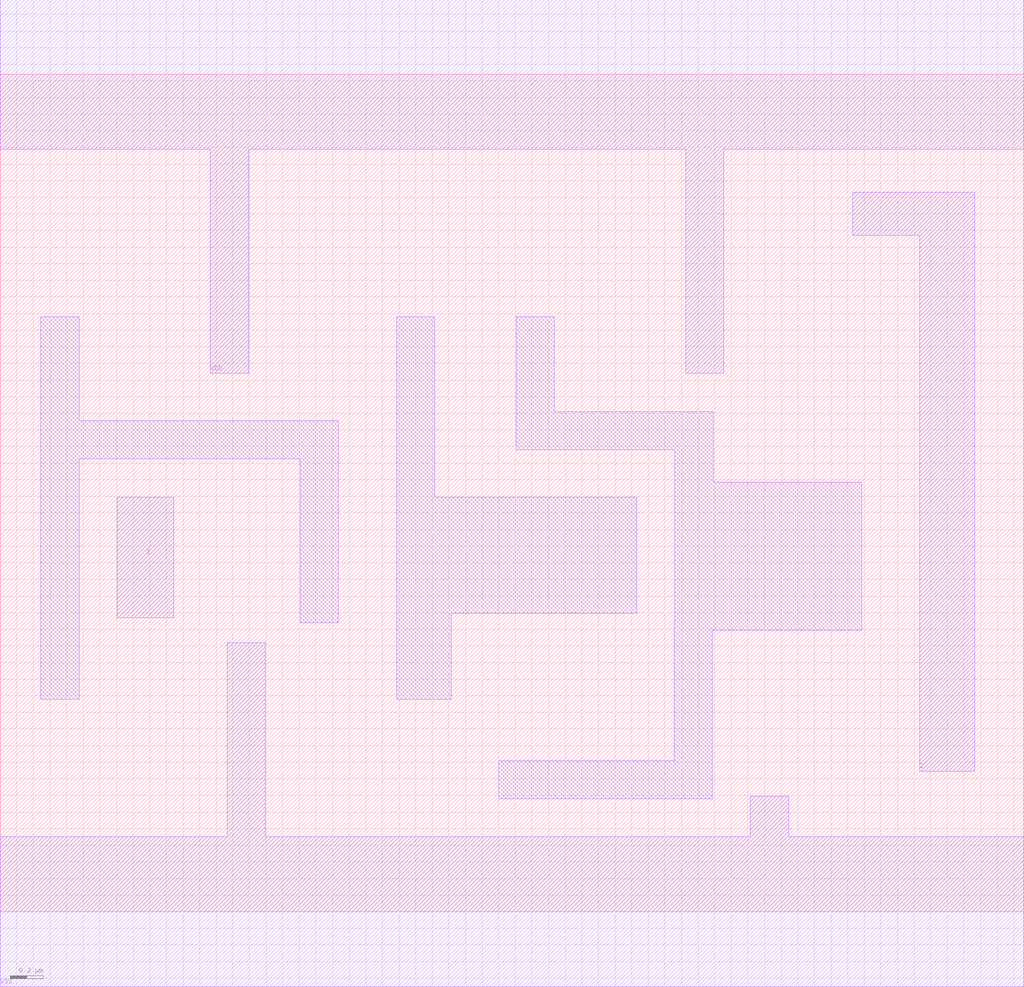
<source format=lef>
# Copyright 2022 GlobalFoundries PDK Authors
#
# Licensed under the Apache License, Version 2.0 (the "License");
# you may not use this file except in compliance with the License.
# You may obtain a copy of the License at
#
#      http://www.apache.org/licenses/LICENSE-2.0
#
# Unless required by applicable law or agreed to in writing, software
# distributed under the License is distributed on an "AS IS" BASIS,
# WITHOUT WARRANTIES OR CONDITIONS OF ANY KIND, either express or implied.
# See the License for the specific language governing permissions and
# limitations under the License.

MACRO gf180mcu_fd_sc_mcu9t5v0__dlya_1
  CLASS core ;
  FOREIGN gf180mcu_fd_sc_mcu9t5v0__dlya_1 0.0 0.0 ;
  ORIGIN 0 0 ;
  SYMMETRY X Y ;
  SITE GF018hv5v_green_sc9 ;
  SIZE 6.16 BY 5.04 ;
  PIN I
    DIRECTION INPUT ;
    ANTENNAGATEAREA 0.396 ;
    PORT
      LAYER Metal1 ;
        POLYGON 0.705 1.77 1.045 1.77 1.045 2.495 0.705 2.495  ;
    END
  END I
  PIN Z
    DIRECTION OUTPUT ;
    ANTENNADIFFAREA 1.386 ;
    PORT
      LAYER Metal1 ;
        POLYGON 5.13 4.07 5.185 4.07 5.535 4.07 5.535 0.845 5.865 0.845 5.865 4.33 5.185 4.33 5.13 4.33  ;
    END
  END Z
  PIN VDD
    DIRECTION INOUT ;
    USE power ;
    SHAPE ABUTMENT ;
    PORT
      LAYER Metal1 ;
        POLYGON 0 4.59 1.265 4.59 1.265 3.24 1.495 3.24 1.495 4.59 2.035 4.59 4.125 4.59 4.125 3.24 4.355 3.24 4.355 4.59 5.185 4.59 6.16 4.59 6.16 5.49 5.185 5.49 2.035 5.49 0 5.49  ;
    END
  END VDD
  PIN VSS
    DIRECTION INOUT ;
    USE ground ;
    SHAPE ABUTMENT ;
    PORT
      LAYER Metal1 ;
        POLYGON 0 -0.45 6.16 -0.45 6.16 0.45 4.745 0.45 4.745 0.695 4.515 0.695 4.515 0.45 1.595 0.45 1.595 1.62 1.365 1.62 1.365 0.45 0 0.45  ;
    END
  END VSS
  OBS
      LAYER Metal1 ;
        POLYGON 0.245 1.28 0.475 1.28 0.475 2.725 1.805 2.725 1.805 1.74 2.035 1.74 2.035 2.955 0.475 2.955 0.475 3.58 0.245 3.58  ;
        POLYGON 2.385 1.28 2.715 1.28 2.715 1.795 3.83 1.795 3.83 2.495 2.615 2.495 2.615 3.58 2.385 3.58  ;
        POLYGON 3.105 2.78 4.06 2.78 4.06 1.745 4.055 1.745 4.055 0.91 3 0.91 3 0.68 4.285 0.68 4.285 1.695 5.185 1.695 5.185 2.585 4.29 2.585 4.29 3.01 3.335 3.01 3.335 3.58 3.105 3.58  ;
  END
END gf180mcu_fd_sc_mcu9t5v0__dlya_1

</source>
